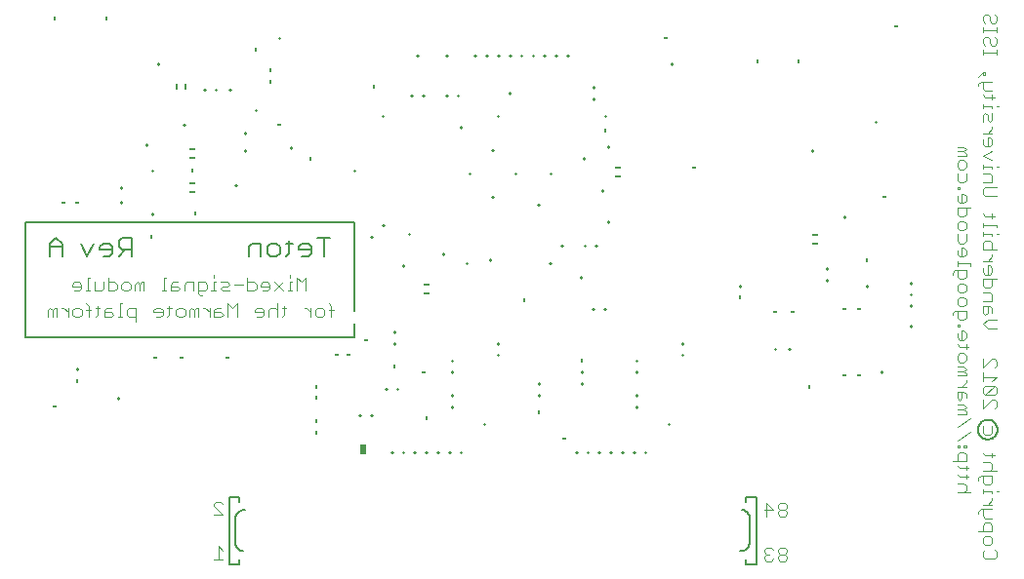
<source format=gbo>
G75*
G70*
%OFA0B0*%
%FSLAX24Y24*%
%IPPOS*%
%LPD*%
%AMOC8*
5,1,8,0,0,1.08239X$1,22.5*
%
%ADD10C,0.0080*%
%ADD11C,0.0060*%
%ADD12C,0.0040*%
%ADD13C,0.0050*%
%ADD14R,0.0098X0.0118*%
%ADD15C,0.0098*%
%ADD16R,0.0118X0.0098*%
%ADD17R,0.0200X0.0060*%
%ADD18R,0.0060X0.0200*%
%ADD19R,0.0200X0.0320*%
D10*
X009639Y002513D02*
X009639Y004813D01*
X009978Y004813D01*
X009978Y004647D01*
X009844Y004049D02*
X009844Y003261D01*
X009844Y003262D02*
X009843Y003229D01*
X009846Y003197D01*
X009853Y003166D01*
X009864Y003135D01*
X009877Y003106D01*
X009894Y003078D01*
X009914Y003053D01*
X009936Y003030D01*
X009961Y003009D01*
X009989Y002992D01*
X010018Y002977D01*
X010048Y002966D01*
X010079Y002959D01*
X010111Y002955D01*
X009970Y002679D02*
X009970Y002513D01*
X009639Y002513D01*
X009844Y004057D02*
X009846Y004090D01*
X009852Y004123D01*
X009861Y004155D01*
X009873Y004186D01*
X009889Y004216D01*
X009907Y004244D01*
X009929Y004269D01*
X009952Y004293D01*
X009979Y004313D01*
X010007Y004331D01*
X010037Y004346D01*
X010068Y004358D01*
X010101Y004366D01*
X010134Y004371D01*
X010167Y004372D01*
X013899Y010257D02*
X002679Y010257D01*
X002679Y014194D01*
X013899Y014194D01*
X013899Y011163D01*
X013899Y010730D02*
X013899Y010257D01*
X027136Y004371D02*
X027168Y004367D01*
X027199Y004360D01*
X027229Y004349D01*
X027258Y004334D01*
X027286Y004317D01*
X027311Y004296D01*
X027333Y004273D01*
X027353Y004248D01*
X027370Y004220D01*
X027383Y004191D01*
X027394Y004160D01*
X027401Y004129D01*
X027404Y004097D01*
X027403Y004064D01*
X027403Y004065D02*
X027403Y003277D01*
X027403Y003269D02*
X027401Y003236D01*
X027395Y003203D01*
X027386Y003171D01*
X027374Y003140D01*
X027358Y003110D01*
X027340Y003082D01*
X027318Y003057D01*
X027295Y003033D01*
X027268Y003013D01*
X027240Y002995D01*
X027210Y002980D01*
X027179Y002968D01*
X027146Y002960D01*
X027113Y002955D01*
X027080Y002954D01*
X027269Y002679D02*
X027269Y002513D01*
X027624Y002513D01*
X027624Y004813D01*
X027277Y004813D01*
X027277Y004647D01*
D11*
X013082Y013684D02*
X012655Y013684D01*
X012868Y013684D02*
X012868Y013043D01*
X012437Y013150D02*
X012437Y013364D01*
X012331Y013470D01*
X012117Y013470D01*
X012010Y013364D01*
X012010Y013257D01*
X012437Y013257D01*
X012437Y013150D02*
X012331Y013043D01*
X012117Y013043D01*
X011686Y013150D02*
X011579Y013043D01*
X011686Y013150D02*
X011686Y013577D01*
X011793Y013470D02*
X011579Y013470D01*
X011363Y013364D02*
X011363Y013150D01*
X011256Y013043D01*
X011043Y013043D01*
X010936Y013150D01*
X010936Y013364D01*
X011043Y013470D01*
X011256Y013470D01*
X011363Y013364D01*
X010718Y013470D02*
X010718Y013043D01*
X010291Y013043D02*
X010291Y013364D01*
X010398Y013470D01*
X010718Y013470D01*
X006290Y013257D02*
X005970Y013257D01*
X005863Y013364D01*
X005863Y013577D01*
X005970Y013684D01*
X006290Y013684D01*
X006290Y013043D01*
X006077Y013257D02*
X005863Y013043D01*
X005646Y013150D02*
X005646Y013364D01*
X005539Y013470D01*
X005326Y013470D01*
X005219Y013364D01*
X005219Y013257D01*
X005646Y013257D01*
X005646Y013150D02*
X005539Y013043D01*
X005326Y013043D01*
X005001Y013470D02*
X004788Y013043D01*
X004574Y013470D01*
X003928Y013470D02*
X003928Y013043D01*
X003501Y013043D02*
X003501Y013470D01*
X003715Y013684D01*
X003928Y013470D01*
X003928Y013364D02*
X003501Y013364D01*
D12*
X009111Y002667D02*
X009418Y002667D01*
X009265Y002667D02*
X009265Y003128D01*
X009418Y002974D01*
X009418Y004191D02*
X009111Y004191D01*
X009111Y004498D02*
X009111Y004575D01*
X009188Y004651D01*
X009342Y004651D01*
X009418Y004575D01*
X009111Y004498D02*
X009418Y004191D01*
X006438Y010813D02*
X006438Y011273D01*
X006208Y011273D01*
X006131Y011197D01*
X006131Y011043D01*
X006208Y010966D01*
X006438Y010966D01*
X005977Y010966D02*
X005824Y010966D01*
X005901Y010966D02*
X005901Y011427D01*
X005977Y011427D01*
X005594Y011273D02*
X005440Y011273D01*
X005364Y011197D01*
X005364Y010966D01*
X005594Y010966D01*
X005670Y011043D01*
X005594Y011120D01*
X005364Y011120D01*
X005210Y011273D02*
X005057Y011273D01*
X005133Y011350D02*
X005133Y011043D01*
X005057Y010966D01*
X004826Y010966D02*
X004826Y011350D01*
X004750Y011427D01*
X004750Y011197D02*
X004903Y011197D01*
X004596Y011197D02*
X004596Y011043D01*
X004520Y010966D01*
X004366Y010966D01*
X004289Y011043D01*
X004289Y011197D01*
X004366Y011273D01*
X004520Y011273D01*
X004596Y011197D01*
X004136Y011273D02*
X004136Y010966D01*
X004136Y011120D02*
X003982Y011273D01*
X003906Y011273D01*
X003752Y011273D02*
X003675Y011273D01*
X003599Y011197D01*
X003522Y011273D01*
X003445Y011197D01*
X003445Y010966D01*
X003599Y010966D02*
X003599Y011197D01*
X003752Y011273D02*
X003752Y010966D01*
X004342Y011852D02*
X004495Y011852D01*
X004572Y011929D01*
X004572Y012082D01*
X004495Y012159D01*
X004342Y012159D01*
X004265Y012082D01*
X004265Y012006D01*
X004572Y012006D01*
X004726Y011852D02*
X004879Y011852D01*
X004802Y011852D02*
X004802Y012313D01*
X004879Y012313D01*
X005033Y012159D02*
X005033Y011852D01*
X005263Y011852D01*
X005339Y011929D01*
X005339Y012159D01*
X005493Y012159D02*
X005723Y012159D01*
X005800Y012082D01*
X005800Y011929D01*
X005723Y011852D01*
X005493Y011852D01*
X005493Y012313D01*
X005953Y012082D02*
X006030Y012159D01*
X006184Y012159D01*
X006260Y012082D01*
X006260Y011929D01*
X006184Y011852D01*
X006030Y011852D01*
X005953Y011929D01*
X005953Y012082D01*
X006414Y012082D02*
X006414Y011852D01*
X006567Y011852D02*
X006567Y012082D01*
X006490Y012159D01*
X006414Y012082D01*
X006567Y012082D02*
X006644Y012159D01*
X006721Y012159D01*
X006721Y011852D01*
X007335Y011852D02*
X007488Y011852D01*
X007411Y011852D02*
X007411Y012313D01*
X007488Y012313D01*
X007718Y012159D02*
X007641Y012082D01*
X007641Y011852D01*
X007872Y011852D01*
X007948Y011929D01*
X007872Y012006D01*
X007641Y012006D01*
X007718Y012159D02*
X007872Y012159D01*
X008102Y012082D02*
X008102Y011852D01*
X008102Y012082D02*
X008179Y012159D01*
X008409Y012159D01*
X008409Y011852D01*
X008562Y011852D02*
X008792Y011852D01*
X008869Y011929D01*
X008869Y012082D01*
X008792Y012159D01*
X008562Y012159D01*
X008562Y011776D01*
X008639Y011699D01*
X008716Y011699D01*
X009023Y011852D02*
X009176Y011852D01*
X009099Y011852D02*
X009099Y012159D01*
X009176Y012159D01*
X009330Y012159D02*
X009560Y012159D01*
X009636Y012082D01*
X009560Y012006D01*
X009406Y012006D01*
X009330Y011929D01*
X009406Y011852D01*
X009636Y011852D01*
X009790Y012082D02*
X010097Y012082D01*
X010250Y012159D02*
X010481Y012159D01*
X010557Y012082D01*
X010557Y011929D01*
X010481Y011852D01*
X010250Y011852D01*
X010250Y012313D01*
X010711Y012082D02*
X010711Y012006D01*
X011018Y012006D01*
X011018Y012082D02*
X011018Y011929D01*
X010941Y011852D01*
X010787Y011852D01*
X010711Y012082D02*
X010787Y012159D01*
X010941Y012159D01*
X011018Y012082D01*
X011171Y012159D02*
X011478Y011852D01*
X011631Y011852D02*
X011785Y011852D01*
X011708Y011852D02*
X011708Y012159D01*
X011785Y012159D01*
X011708Y012313D02*
X011708Y012389D01*
X011938Y012313D02*
X012092Y012159D01*
X012245Y012313D01*
X012245Y011852D01*
X011938Y011852D02*
X011938Y012313D01*
X011478Y012159D02*
X011171Y011852D01*
X011272Y011427D02*
X011272Y010966D01*
X011425Y010966D02*
X011502Y011043D01*
X011502Y011350D01*
X011579Y011273D02*
X011425Y011273D01*
X011272Y011197D02*
X011195Y011273D01*
X011042Y011273D01*
X010965Y011197D01*
X010965Y010966D01*
X010812Y011043D02*
X010812Y011197D01*
X010735Y011273D01*
X010581Y011273D01*
X010505Y011197D01*
X010505Y011120D01*
X010812Y011120D01*
X010812Y011043D02*
X010735Y010966D01*
X010581Y010966D01*
X009891Y010966D02*
X009891Y011427D01*
X009737Y011273D01*
X009584Y011427D01*
X009584Y010966D01*
X009430Y011043D02*
X009354Y011120D01*
X009123Y011120D01*
X009123Y011197D02*
X009123Y010966D01*
X009354Y010966D01*
X009430Y011043D01*
X009354Y011273D02*
X009200Y011273D01*
X009123Y011197D01*
X008970Y011273D02*
X008970Y010966D01*
X008970Y011120D02*
X008817Y011273D01*
X008740Y011273D01*
X008586Y011273D02*
X008510Y011273D01*
X008433Y011197D01*
X008356Y011273D01*
X008279Y011197D01*
X008279Y010966D01*
X008433Y010966D02*
X008433Y011197D01*
X008586Y011273D02*
X008586Y010966D01*
X008126Y011043D02*
X008049Y010966D01*
X007896Y010966D01*
X007819Y011043D01*
X007819Y011197D01*
X007896Y011273D01*
X008049Y011273D01*
X008126Y011197D01*
X008126Y011043D01*
X007666Y011273D02*
X007512Y011273D01*
X007589Y011350D02*
X007589Y011043D01*
X007512Y010966D01*
X007359Y011043D02*
X007359Y011197D01*
X007282Y011273D01*
X007128Y011273D01*
X007052Y011197D01*
X007052Y011120D01*
X007359Y011120D01*
X007359Y011043D02*
X007282Y010966D01*
X007128Y010966D01*
X009099Y012313D02*
X009099Y012389D01*
X012193Y011273D02*
X012269Y011273D01*
X012423Y011120D01*
X012423Y011273D02*
X012423Y010966D01*
X012576Y011043D02*
X012576Y011197D01*
X012653Y011273D01*
X012807Y011273D01*
X012883Y011197D01*
X012883Y011043D01*
X012807Y010966D01*
X012653Y010966D01*
X012576Y011043D01*
X013037Y011197D02*
X013190Y011197D01*
X013114Y011350D02*
X013114Y010966D01*
X013114Y011350D02*
X013037Y011427D01*
X027911Y004374D02*
X028218Y004374D01*
X027987Y004604D01*
X027987Y004144D01*
X028371Y004220D02*
X028448Y004144D01*
X028601Y004144D01*
X028678Y004220D01*
X028678Y004297D01*
X028601Y004374D01*
X028448Y004374D01*
X028371Y004297D01*
X028371Y004220D01*
X028448Y004374D02*
X028371Y004451D01*
X028371Y004527D01*
X028448Y004604D01*
X028601Y004604D01*
X028678Y004527D01*
X028678Y004451D01*
X028601Y004374D01*
X028601Y003076D02*
X028448Y003076D01*
X028371Y003000D01*
X028371Y002923D01*
X028448Y002846D01*
X028601Y002846D01*
X028678Y002923D01*
X028678Y003000D01*
X028601Y003076D01*
X028601Y002846D02*
X028678Y002770D01*
X028678Y002693D01*
X028601Y002616D01*
X028448Y002616D01*
X028371Y002693D01*
X028371Y002770D01*
X028448Y002846D01*
X028218Y002693D02*
X028141Y002616D01*
X027987Y002616D01*
X027911Y002693D01*
X027911Y002770D01*
X027987Y002846D01*
X028064Y002846D01*
X027987Y002846D02*
X027911Y002923D01*
X027911Y003000D01*
X027987Y003076D01*
X028141Y003076D01*
X028218Y003000D01*
X034490Y004963D02*
X034950Y004963D01*
X034797Y005039D02*
X034797Y005193D01*
X034720Y005269D01*
X034490Y005269D01*
X034567Y005500D02*
X034490Y005576D01*
X034567Y005500D02*
X034874Y005500D01*
X034797Y005423D02*
X034797Y005576D01*
X034797Y005730D02*
X034797Y005883D01*
X034874Y005807D02*
X034567Y005807D01*
X034490Y005883D01*
X034490Y006037D02*
X034490Y006267D01*
X034567Y006344D01*
X034720Y006344D01*
X034797Y006267D01*
X034797Y006037D01*
X034337Y006037D01*
X034490Y006497D02*
X034567Y006497D01*
X034567Y006574D01*
X034490Y006574D01*
X034490Y006497D01*
X034720Y006497D02*
X034797Y006497D01*
X034797Y006574D01*
X034720Y006574D01*
X034720Y006497D01*
X034490Y006727D02*
X034950Y007034D01*
X035376Y006996D02*
X035376Y007226D01*
X035376Y006996D02*
X035453Y006919D01*
X035606Y006919D01*
X035683Y006996D01*
X035683Y007226D01*
X035760Y007840D02*
X035836Y007917D01*
X035836Y008070D01*
X035760Y008147D01*
X035683Y008147D01*
X035376Y007840D01*
X035376Y008147D01*
X035453Y008300D02*
X035376Y008377D01*
X035376Y008530D01*
X035453Y008607D01*
X035760Y008607D01*
X035453Y008300D01*
X035760Y008300D01*
X035836Y008377D01*
X035836Y008530D01*
X035760Y008607D01*
X035683Y008761D02*
X035836Y008914D01*
X035376Y008914D01*
X035376Y008761D02*
X035376Y009068D01*
X035376Y009221D02*
X035683Y009528D01*
X035760Y009528D01*
X035836Y009451D01*
X035836Y009298D01*
X035760Y009221D01*
X035376Y009221D02*
X035376Y009528D01*
X034797Y009490D02*
X034797Y009643D01*
X034720Y009720D01*
X034567Y009720D01*
X034490Y009643D01*
X034490Y009490D01*
X034567Y009413D01*
X034720Y009413D01*
X034797Y009490D01*
X034720Y009260D02*
X034490Y009260D01*
X034490Y009106D02*
X034720Y009106D01*
X034797Y009183D01*
X034720Y009260D01*
X034720Y009106D02*
X034797Y009029D01*
X034797Y008953D01*
X034490Y008953D01*
X034797Y008799D02*
X034797Y008722D01*
X034644Y008569D01*
X034797Y008569D02*
X034490Y008569D01*
X034490Y008415D02*
X034490Y008185D01*
X034567Y008109D01*
X034644Y008185D01*
X034644Y008415D01*
X034720Y008415D02*
X034490Y008415D01*
X034720Y008415D02*
X034797Y008339D01*
X034797Y008185D01*
X034720Y007955D02*
X034490Y007955D01*
X034490Y007802D02*
X034720Y007802D01*
X034797Y007878D01*
X034720Y007955D01*
X034720Y007802D02*
X034797Y007725D01*
X034797Y007648D01*
X034490Y007648D01*
X034490Y007188D02*
X034950Y007495D01*
X035376Y006305D02*
X035453Y006228D01*
X035760Y006228D01*
X035683Y006152D02*
X035683Y006305D01*
X035606Y005998D02*
X035376Y005998D01*
X035606Y005998D02*
X035683Y005921D01*
X035683Y005768D01*
X035606Y005691D01*
X035683Y005538D02*
X035299Y005538D01*
X035222Y005461D01*
X035222Y005384D01*
X035376Y005308D02*
X035376Y005538D01*
X035376Y005691D02*
X035836Y005691D01*
X035683Y005538D02*
X035683Y005308D01*
X035606Y005231D01*
X035453Y005231D01*
X035376Y005308D01*
X035376Y005077D02*
X035376Y004924D01*
X035376Y005001D02*
X035683Y005001D01*
X035683Y004924D01*
X035683Y004771D02*
X035683Y004694D01*
X035529Y004540D01*
X035376Y004540D02*
X035683Y004540D01*
X035683Y004387D02*
X035299Y004387D01*
X035222Y004310D01*
X035222Y004233D01*
X035376Y004157D02*
X035376Y004387D01*
X035376Y004157D02*
X035453Y004080D01*
X035683Y004080D01*
X035606Y003926D02*
X035453Y003926D01*
X035376Y003850D01*
X035376Y003620D01*
X035222Y003620D02*
X035683Y003620D01*
X035683Y003850D01*
X035606Y003926D01*
X035606Y003466D02*
X035683Y003389D01*
X035683Y003236D01*
X035606Y003159D01*
X035453Y003159D01*
X035376Y003236D01*
X035376Y003389D01*
X035453Y003466D01*
X035606Y003466D01*
X035453Y003006D02*
X035376Y002929D01*
X035376Y002775D01*
X035453Y002699D01*
X035760Y002699D01*
X035836Y002775D01*
X035836Y002929D01*
X035760Y003006D01*
X035836Y005001D02*
X035913Y005001D01*
X034797Y005039D02*
X034720Y004963D01*
X034797Y009873D02*
X034797Y010027D01*
X034874Y009950D02*
X034567Y009950D01*
X034490Y010027D01*
X034567Y010180D02*
X034720Y010180D01*
X034797Y010257D01*
X034797Y010410D01*
X034720Y010487D01*
X034644Y010487D01*
X034644Y010180D01*
X034567Y010180D02*
X034490Y010257D01*
X034490Y010410D01*
X034490Y010641D02*
X034490Y010717D01*
X034567Y010717D01*
X034567Y010641D01*
X034490Y010641D01*
X034567Y010871D02*
X034490Y010948D01*
X034490Y011178D01*
X034413Y011178D02*
X034797Y011178D01*
X034797Y010948D01*
X034720Y010871D01*
X034567Y010871D01*
X034337Y011024D02*
X034337Y011101D01*
X034413Y011178D01*
X034567Y011331D02*
X034490Y011408D01*
X034490Y011561D01*
X034567Y011638D01*
X034720Y011638D01*
X034797Y011561D01*
X034797Y011408D01*
X034720Y011331D01*
X034567Y011331D01*
X034567Y011792D02*
X034490Y011868D01*
X034490Y012022D01*
X034567Y012099D01*
X034720Y012099D01*
X034797Y012022D01*
X034797Y011868D01*
X034720Y011792D01*
X034567Y011792D01*
X034567Y012252D02*
X034490Y012329D01*
X034490Y012559D01*
X034413Y012559D02*
X034797Y012559D01*
X034797Y012329D01*
X034720Y012252D01*
X034567Y012252D01*
X034337Y012406D02*
X034337Y012482D01*
X034413Y012559D01*
X034490Y012712D02*
X034490Y012866D01*
X034490Y012789D02*
X034950Y012789D01*
X034950Y012712D01*
X034720Y013019D02*
X034567Y013019D01*
X034490Y013096D01*
X034490Y013250D01*
X034644Y013326D02*
X034644Y013019D01*
X034720Y013019D02*
X034797Y013096D01*
X034797Y013250D01*
X034720Y013326D01*
X034644Y013326D01*
X034720Y013480D02*
X034567Y013480D01*
X034490Y013557D01*
X034490Y013787D01*
X034567Y013940D02*
X034490Y014017D01*
X034490Y014170D01*
X034567Y014247D01*
X034720Y014247D01*
X034797Y014170D01*
X034797Y014017D01*
X034720Y013940D01*
X034567Y013940D01*
X034797Y013787D02*
X034797Y013557D01*
X034720Y013480D01*
X035376Y013489D02*
X035376Y013258D01*
X035836Y013258D01*
X035683Y013258D02*
X035683Y013489D01*
X035606Y013565D01*
X035453Y013565D01*
X035376Y013489D01*
X035376Y013719D02*
X035376Y013872D01*
X035376Y013796D02*
X035683Y013796D01*
X035683Y013719D01*
X035836Y013796D02*
X035913Y013796D01*
X035836Y014026D02*
X035836Y014102D01*
X035376Y014102D01*
X035376Y014026D02*
X035376Y014179D01*
X035453Y014409D02*
X035376Y014486D01*
X035453Y014409D02*
X035760Y014409D01*
X035683Y014333D02*
X035683Y014486D01*
X034950Y014707D02*
X034490Y014707D01*
X034490Y014477D01*
X034567Y014401D01*
X034720Y014401D01*
X034797Y014477D01*
X034797Y014707D01*
X034720Y014861D02*
X034567Y014861D01*
X034490Y014938D01*
X034490Y015091D01*
X034644Y015168D02*
X034644Y014861D01*
X034720Y014861D02*
X034797Y014938D01*
X034797Y015091D01*
X034720Y015168D01*
X034644Y015168D01*
X034567Y015321D02*
X034567Y015398D01*
X034490Y015398D01*
X034490Y015321D01*
X034567Y015321D01*
X034567Y015552D02*
X034490Y015628D01*
X034490Y015858D01*
X034567Y016012D02*
X034490Y016089D01*
X034490Y016242D01*
X034567Y016319D01*
X034720Y016319D01*
X034797Y016242D01*
X034797Y016089D01*
X034720Y016012D01*
X034567Y016012D01*
X034797Y015858D02*
X034797Y015628D01*
X034720Y015552D01*
X034567Y015552D01*
X035376Y015560D02*
X035683Y015560D01*
X035683Y015791D01*
X035606Y015867D01*
X035376Y015867D01*
X035376Y016021D02*
X035376Y016174D01*
X035376Y016097D02*
X035683Y016097D01*
X035683Y016021D01*
X035836Y016097D02*
X035913Y016097D01*
X035683Y016328D02*
X035376Y016481D01*
X035683Y016635D01*
X035606Y016788D02*
X035683Y016865D01*
X035683Y017018D01*
X035606Y017095D01*
X035529Y017095D01*
X035529Y016788D01*
X035453Y016788D02*
X035606Y016788D01*
X035453Y016788D02*
X035376Y016865D01*
X035376Y017018D01*
X035376Y017248D02*
X035683Y017248D01*
X035529Y017248D02*
X035683Y017402D01*
X035683Y017479D01*
X035606Y017632D02*
X035683Y017709D01*
X035683Y017939D01*
X035683Y018092D02*
X035683Y018169D01*
X035376Y018169D01*
X035376Y018092D02*
X035376Y018246D01*
X035453Y018476D02*
X035376Y018553D01*
X035453Y018476D02*
X035760Y018476D01*
X035683Y018399D02*
X035683Y018553D01*
X035683Y018706D02*
X035453Y018706D01*
X035376Y018783D01*
X035376Y019013D01*
X035299Y019013D02*
X035222Y018937D01*
X035222Y018860D01*
X035299Y019013D02*
X035683Y019013D01*
X035453Y019243D02*
X035376Y019243D01*
X035376Y019320D01*
X035453Y019320D01*
X035453Y019243D01*
X035376Y019320D02*
X035222Y019167D01*
X035376Y019934D02*
X035376Y020088D01*
X035376Y020011D02*
X035836Y020011D01*
X035836Y019934D02*
X035836Y020088D01*
X035760Y020241D02*
X035683Y020241D01*
X035606Y020318D01*
X035606Y020471D01*
X035529Y020548D01*
X035453Y020548D01*
X035376Y020471D01*
X035376Y020318D01*
X035453Y020241D01*
X035760Y020241D02*
X035836Y020318D01*
X035836Y020471D01*
X035760Y020548D01*
X035836Y020701D02*
X035836Y020855D01*
X035836Y020778D02*
X035376Y020778D01*
X035376Y020701D02*
X035376Y020855D01*
X035453Y021008D02*
X035376Y021085D01*
X035376Y021239D01*
X035453Y021315D01*
X035529Y021315D01*
X035606Y021239D01*
X035606Y021085D01*
X035683Y021008D01*
X035760Y021008D01*
X035836Y021085D01*
X035836Y021239D01*
X035760Y021315D01*
X035836Y018169D02*
X035913Y018169D01*
X035529Y017862D02*
X035529Y017709D01*
X035606Y017632D01*
X035376Y017632D02*
X035376Y017862D01*
X035453Y017939D01*
X035529Y017862D01*
X034720Y016779D02*
X034490Y016779D01*
X034490Y016626D02*
X034720Y016626D01*
X034797Y016703D01*
X034720Y016779D01*
X034720Y016626D02*
X034797Y016549D01*
X034797Y016472D01*
X034490Y016472D01*
X035453Y015407D02*
X035376Y015330D01*
X035376Y015177D01*
X035453Y015100D01*
X035836Y015100D01*
X035836Y015407D02*
X035453Y015407D01*
X035683Y013105D02*
X035683Y013028D01*
X035529Y012875D01*
X035376Y012875D02*
X035683Y012875D01*
X035606Y012721D02*
X035529Y012721D01*
X035529Y012414D01*
X035453Y012414D02*
X035606Y012414D01*
X035683Y012491D01*
X035683Y012645D01*
X035606Y012721D01*
X035376Y012645D02*
X035376Y012491D01*
X035453Y012414D01*
X035376Y012261D02*
X035376Y012031D01*
X035453Y011954D01*
X035606Y011954D01*
X035683Y012031D01*
X035683Y012261D01*
X035836Y012261D02*
X035376Y012261D01*
X035376Y011800D02*
X035606Y011800D01*
X035683Y011724D01*
X035683Y011494D01*
X035376Y011494D01*
X035376Y011340D02*
X035376Y011110D01*
X035453Y011033D01*
X035529Y011110D01*
X035529Y011340D01*
X035606Y011340D02*
X035376Y011340D01*
X035606Y011340D02*
X035683Y011263D01*
X035683Y011110D01*
X035529Y010880D02*
X035836Y010880D01*
X035529Y010880D02*
X035376Y010726D01*
X035529Y010573D01*
X035836Y010573D01*
D13*
X035198Y007108D02*
X035200Y007144D01*
X035206Y007180D01*
X035216Y007215D01*
X035229Y007249D01*
X035246Y007281D01*
X035266Y007311D01*
X035290Y007338D01*
X035316Y007363D01*
X035345Y007385D01*
X035376Y007404D01*
X035409Y007419D01*
X035443Y007431D01*
X035479Y007439D01*
X035515Y007443D01*
X035551Y007443D01*
X035587Y007439D01*
X035623Y007431D01*
X035657Y007419D01*
X035690Y007404D01*
X035721Y007385D01*
X035750Y007363D01*
X035776Y007338D01*
X035800Y007311D01*
X035820Y007281D01*
X035837Y007249D01*
X035850Y007215D01*
X035860Y007180D01*
X035866Y007144D01*
X035868Y007108D01*
X035866Y007072D01*
X035860Y007036D01*
X035850Y007001D01*
X035837Y006967D01*
X035820Y006935D01*
X035800Y006905D01*
X035776Y006878D01*
X035750Y006853D01*
X035721Y006831D01*
X035690Y006812D01*
X035657Y006797D01*
X035623Y006785D01*
X035587Y006777D01*
X035551Y006773D01*
X035515Y006773D01*
X035479Y006777D01*
X035443Y006785D01*
X035409Y006797D01*
X035376Y006812D01*
X035345Y006831D01*
X035316Y006853D01*
X035290Y006878D01*
X035266Y006905D01*
X035246Y006935D01*
X035229Y006967D01*
X035216Y007001D01*
X035206Y007036D01*
X035200Y007072D01*
X035198Y007108D01*
D14*
X029450Y008584D03*
X027088Y011635D03*
X031419Y012915D03*
X022462Y017344D03*
X027679Y019706D03*
X029057Y019706D03*
X019706Y011537D03*
X021675Y009470D03*
X020198Y007698D03*
X016360Y007502D03*
X015277Y009273D03*
X012620Y008584D03*
X012620Y008191D03*
X012620Y007403D03*
X012620Y007009D03*
X004450Y008781D03*
X006959Y013703D03*
X008486Y014490D03*
X008387Y015966D03*
X012423Y016360D03*
X014588Y018820D03*
X011045Y019017D03*
X011045Y019411D03*
X010553Y020100D03*
X005435Y021183D03*
X003663Y021183D03*
D15*
X007206Y019620D02*
X007206Y019596D01*
X008769Y018722D02*
X008793Y018722D01*
X009163Y018722D02*
X009187Y018722D01*
X009655Y018722D02*
X009679Y018722D01*
X010553Y018045D02*
X010553Y018021D01*
X010159Y017258D02*
X010159Y017234D01*
X010159Y016667D02*
X010159Y016643D01*
X011734Y016742D02*
X011734Y016766D01*
X009876Y015474D02*
X009852Y015474D01*
X007021Y015966D02*
X006997Y015966D01*
X005927Y015388D02*
X005927Y015364D01*
X005927Y014895D02*
X005927Y014871D01*
X007009Y014502D02*
X007009Y014478D01*
X006813Y016840D02*
X006813Y016864D01*
X008080Y017541D02*
X008104Y017541D01*
X011328Y020494D02*
X011352Y020494D01*
X014883Y017848D02*
X014883Y017824D01*
X015856Y018525D02*
X015880Y018525D01*
X016249Y018525D02*
X016273Y018525D01*
X017037Y018525D02*
X017061Y018525D01*
X017431Y018525D02*
X017455Y018525D01*
X018820Y017848D02*
X018820Y017824D01*
X019214Y018612D02*
X019214Y018636D01*
X019226Y019903D02*
X019202Y019903D01*
X018832Y019903D02*
X018808Y019903D01*
X018439Y019903D02*
X018415Y019903D01*
X018045Y019903D02*
X018021Y019903D01*
X017061Y019903D02*
X017037Y019903D01*
X016077Y019903D02*
X016053Y019903D01*
X019596Y019903D02*
X019620Y019903D01*
X019990Y019903D02*
X020014Y019903D01*
X020383Y019903D02*
X020407Y019903D01*
X020777Y019903D02*
X020801Y019903D01*
X021171Y019903D02*
X021195Y019903D01*
X022069Y018832D02*
X022069Y018808D01*
X022069Y018439D02*
X022069Y018415D01*
X022462Y017848D02*
X022462Y017824D01*
X022580Y016785D02*
X022580Y016761D01*
X021734Y016392D02*
X021734Y016368D01*
X020592Y015880D02*
X020592Y015856D01*
X019411Y015856D02*
X019411Y015880D01*
X018636Y016655D02*
X018612Y016655D01*
X017836Y015880D02*
X017836Y015856D01*
X018612Y015080D02*
X018636Y015080D01*
X020186Y014785D02*
X020210Y014785D01*
X020974Y013407D02*
X020998Y013407D01*
X020604Y012817D02*
X020580Y012817D01*
X021635Y012336D02*
X021635Y012312D01*
X021761Y013407D02*
X021785Y013407D01*
X022155Y013407D02*
X022179Y013407D01*
X022561Y014202D02*
X022561Y014226D01*
X022364Y015265D02*
X022364Y015289D01*
X018525Y012927D02*
X018525Y012903D01*
X017750Y012817D02*
X017726Y012817D01*
X016950Y013100D02*
X016950Y013124D01*
X015781Y013801D02*
X015757Y013801D01*
X014895Y014096D02*
X014871Y014096D01*
X014502Y013702D02*
X014478Y013702D01*
X015572Y012730D02*
X015572Y012706D01*
X015277Y010466D02*
X015277Y010442D01*
X015277Y010073D02*
X015277Y010049D01*
X017246Y009482D02*
X017246Y009458D01*
X017246Y009088D02*
X017246Y009064D01*
X017246Y008301D02*
X017246Y008277D01*
X017246Y007907D02*
X017246Y007883D01*
X018328Y007317D02*
X018328Y007293D01*
X017553Y006320D02*
X017529Y006320D01*
X017159Y006320D02*
X017135Y006320D01*
X016766Y006320D02*
X016742Y006320D01*
X016372Y006320D02*
X016348Y006320D01*
X015978Y006320D02*
X015954Y006320D01*
X015584Y006320D02*
X015560Y006320D01*
X015191Y006320D02*
X015167Y006320D01*
X014502Y007600D02*
X014478Y007600D01*
X014108Y007600D02*
X014084Y007600D01*
X014970Y008486D02*
X014994Y008486D01*
X015364Y008486D02*
X015388Y008486D01*
X018820Y009655D02*
X018820Y009679D01*
X018820Y010049D02*
X018820Y010073D01*
X020198Y008695D02*
X020198Y008671D01*
X020198Y008301D02*
X020198Y008277D01*
X021675Y008671D02*
X021675Y008695D01*
X021675Y009064D02*
X021675Y009088D01*
X023545Y009088D02*
X023545Y009064D01*
X023545Y009458D02*
X023545Y009482D01*
X025120Y009655D02*
X025120Y009679D01*
X025120Y010049D02*
X025120Y010073D01*
X023545Y008301D02*
X023545Y008277D01*
X023545Y007907D02*
X023545Y007883D01*
X024628Y007317D02*
X024628Y007293D01*
X023852Y006320D02*
X023828Y006320D01*
X023458Y006320D02*
X023434Y006320D01*
X023065Y006320D02*
X023041Y006320D01*
X022671Y006320D02*
X022647Y006320D01*
X022277Y006320D02*
X022253Y006320D01*
X021884Y006320D02*
X021860Y006320D01*
X021490Y006320D02*
X021466Y006320D01*
X028257Y009864D02*
X028281Y009864D01*
X028749Y009864D02*
X028773Y009864D01*
X027088Y012017D02*
X027088Y012041D01*
X030041Y012214D02*
X030041Y012238D01*
X030041Y012608D02*
X030041Y012632D01*
X031419Y012041D02*
X031419Y012017D01*
X032895Y012116D02*
X032895Y012140D01*
X032895Y011746D02*
X032895Y011722D01*
X032895Y011352D02*
X032895Y011328D01*
X032895Y010663D02*
X032895Y010639D01*
X031911Y009088D02*
X031911Y009064D01*
X030631Y014379D02*
X030631Y014403D01*
X029549Y016643D02*
X029549Y016667D01*
X031714Y017627D02*
X031714Y017651D01*
X024726Y019596D02*
X024726Y019620D01*
X017541Y017455D02*
X017541Y017431D01*
X013899Y015978D02*
X013899Y015954D01*
X022056Y011242D02*
X022081Y011242D01*
X022450Y011242D02*
X022474Y011242D01*
X005828Y008203D02*
X005828Y008179D01*
X004450Y009163D02*
X004450Y009187D01*
D16*
X003663Y007895D03*
X007108Y009569D03*
X007994Y009569D03*
X009569Y009569D03*
X013309Y009667D03*
X013702Y009667D03*
X014293Y010159D03*
X016261Y009076D03*
X021084Y006813D03*
X028269Y011143D03*
X028860Y011143D03*
X030631Y011242D03*
X031124Y011242D03*
X031124Y008978D03*
X030631Y008978D03*
X032009Y015080D03*
X025513Y016065D03*
X024529Y020494D03*
X032403Y020887D03*
X011340Y017541D03*
X004450Y014883D03*
X003958Y014883D03*
D17*
X008387Y015226D03*
X008387Y015526D03*
X008387Y016407D03*
X008387Y016707D03*
X016360Y012081D03*
X016360Y011781D03*
X022915Y015777D03*
X022915Y016077D03*
X029647Y013754D03*
X029647Y013454D03*
D18*
X008144Y018820D03*
X007844Y018820D03*
D19*
X014194Y006419D03*
M02*

</source>
